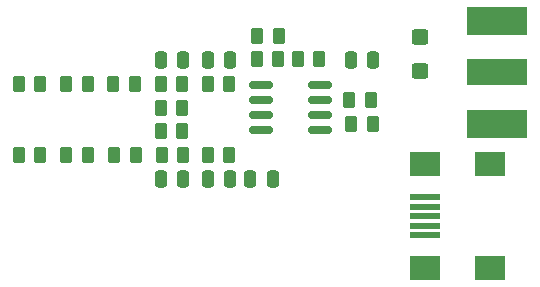
<source format=gbr>
%TF.GenerationSoftware,KiCad,Pcbnew,8.0.6*%
%TF.CreationDate,2025-02-18T13:58:57+01:00*%
%TF.ProjectId,DifferentialProbe,44696666-6572-4656-9e74-69616c50726f,rev?*%
%TF.SameCoordinates,Original*%
%TF.FileFunction,Paste,Top*%
%TF.FilePolarity,Positive*%
%FSLAX46Y46*%
G04 Gerber Fmt 4.6, Leading zero omitted, Abs format (unit mm)*
G04 Created by KiCad (PCBNEW 8.0.6) date 2025-02-18 13:58:57*
%MOMM*%
%LPD*%
G01*
G04 APERTURE LIST*
G04 Aperture macros list*
%AMRoundRect*
0 Rectangle with rounded corners*
0 $1 Rounding radius*
0 $2 $3 $4 $5 $6 $7 $8 $9 X,Y pos of 4 corners*
0 Add a 4 corners polygon primitive as box body*
4,1,4,$2,$3,$4,$5,$6,$7,$8,$9,$2,$3,0*
0 Add four circle primitives for the rounded corners*
1,1,$1+$1,$2,$3*
1,1,$1+$1,$4,$5*
1,1,$1+$1,$6,$7*
1,1,$1+$1,$8,$9*
0 Add four rect primitives between the rounded corners*
20,1,$1+$1,$2,$3,$4,$5,0*
20,1,$1+$1,$4,$5,$6,$7,0*
20,1,$1+$1,$6,$7,$8,$9,0*
20,1,$1+$1,$8,$9,$2,$3,0*%
G04 Aperture macros list end*
%ADD10RoundRect,0.250000X-0.262500X-0.450000X0.262500X-0.450000X0.262500X0.450000X-0.262500X0.450000X0*%
%ADD11R,5.080000X2.290000*%
%ADD12R,5.080000X2.420000*%
%ADD13R,2.500000X0.500000*%
%ADD14R,2.500000X2.000000*%
%ADD15RoundRect,0.250000X0.262500X0.450000X-0.262500X0.450000X-0.262500X-0.450000X0.262500X-0.450000X0*%
%ADD16RoundRect,0.150000X-0.825000X-0.150000X0.825000X-0.150000X0.825000X0.150000X-0.825000X0.150000X0*%
%ADD17RoundRect,0.250000X-0.250000X-0.475000X0.250000X-0.475000X0.250000X0.475000X-0.250000X0.475000X0*%
%ADD18RoundRect,0.250000X0.450000X-0.400000X0.450000X0.400000X-0.450000X0.400000X-0.450000X-0.400000X0*%
%ADD19RoundRect,0.250000X0.250000X0.475000X-0.250000X0.475000X-0.250000X-0.475000X0.250000X-0.475000X0*%
G04 APERTURE END LIST*
D10*
%TO.C,R13*%
X123600000Y-85865000D03*
X125425000Y-85865000D03*
%TD*%
D11*
%TO.C,J1*%
X140500000Y-87000000D03*
D12*
X140500000Y-91380000D03*
X140500000Y-82620000D03*
%TD*%
D13*
%TO.C,J3*%
X134375000Y-100800000D03*
X134375000Y-100000000D03*
X134375000Y-99200000D03*
X134375000Y-98400000D03*
X134375000Y-97600000D03*
D14*
X134375000Y-103600000D03*
X139875000Y-103600000D03*
X134375000Y-94800000D03*
X139875000Y-94800000D03*
%TD*%
D15*
%TO.C,R17*%
X129975000Y-91365000D03*
X128150000Y-91365000D03*
%TD*%
D16*
%TO.C,U1*%
X120525000Y-88095000D03*
X120525000Y-89365000D03*
X120525000Y-90635000D03*
X120525000Y-91905000D03*
X125475000Y-91905000D03*
X125475000Y-90635000D03*
X125475000Y-89365000D03*
X125475000Y-88095000D03*
%TD*%
D10*
%TO.C,R6*%
X100000000Y-94000000D03*
X101825000Y-94000000D03*
%TD*%
%TO.C,R4*%
X112000000Y-88000000D03*
X113825000Y-88000000D03*
%TD*%
%TO.C,R10*%
X112000000Y-92000000D03*
X113825000Y-92000000D03*
%TD*%
%TO.C,R8*%
X108087500Y-94000000D03*
X109912500Y-94000000D03*
%TD*%
D17*
%TO.C,C4*%
X116000000Y-96000000D03*
X117900000Y-96000000D03*
%TD*%
D10*
%TO.C,R5*%
X112000000Y-90000000D03*
X113825000Y-90000000D03*
%TD*%
%TO.C,R15*%
X127975000Y-89365000D03*
X129800000Y-89365000D03*
%TD*%
%TO.C,R7*%
X104000000Y-94000000D03*
X105825000Y-94000000D03*
%TD*%
D18*
%TO.C,D1*%
X134000000Y-86900000D03*
X134000000Y-84000000D03*
%TD*%
D15*
%TO.C,R11*%
X117825000Y-88000000D03*
X116000000Y-88000000D03*
%TD*%
D10*
%TO.C,R14*%
X120150000Y-85865000D03*
X121975000Y-85865000D03*
%TD*%
D17*
%TO.C,C1*%
X112000000Y-96000000D03*
X113900000Y-96000000D03*
%TD*%
%TO.C,C10*%
X119600000Y-96000000D03*
X121500000Y-96000000D03*
%TD*%
%TO.C,C9*%
X128100000Y-86000000D03*
X130000000Y-86000000D03*
%TD*%
D10*
%TO.C,R2*%
X104000000Y-87975000D03*
X105825000Y-87975000D03*
%TD*%
D17*
%TO.C,C2*%
X112000000Y-86000000D03*
X113900000Y-86000000D03*
%TD*%
D10*
%TO.C,R12*%
X116000000Y-94000000D03*
X117825000Y-94000000D03*
%TD*%
%TO.C,R3*%
X108000000Y-88000000D03*
X109825000Y-88000000D03*
%TD*%
%TO.C,R9*%
X112087500Y-94000000D03*
X113912500Y-94000000D03*
%TD*%
%TO.C,R16*%
X120175000Y-83900000D03*
X122000000Y-83900000D03*
%TD*%
D19*
%TO.C,C3*%
X117900000Y-86000000D03*
X116000000Y-86000000D03*
%TD*%
D10*
%TO.C,R1*%
X100000000Y-88000000D03*
X101825000Y-88000000D03*
%TD*%
M02*

</source>
